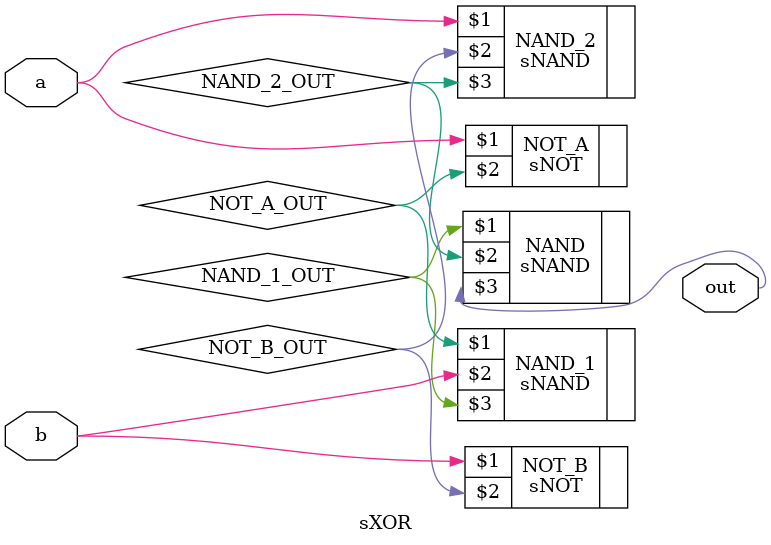
<source format=v>


`include "AND_module.v"

module sXOR (a, b, out);
input a, b;
output out;

wire NOT_A_OUT;
wire NOT_B_OUT;

wire NAND_1_OUT;
wire NAND_2_OUT;

sNOT NOT_A (a, NOT_A_OUT);
sNOT NOT_B (b, NOT_B_OUT);

sNAND NAND_1 (NOT_A_OUT, b, NAND_1_OUT);
sNAND NAND_2 (a, NOT_B_OUT, NAND_2_OUT);

sNAND NAND (NAND_1_OUT, NAND_2_OUT, out);

endmodule
</source>
